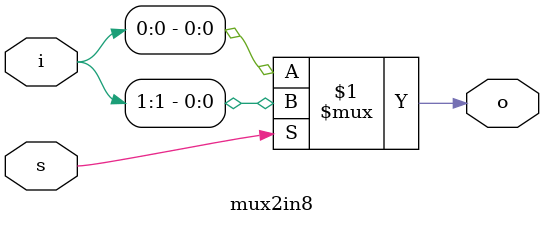
<source format=v>
module mux2in8(input [1:0] i, input s, output o);
    assign o = s ? i[1] : i[0];
endmodule

</source>
